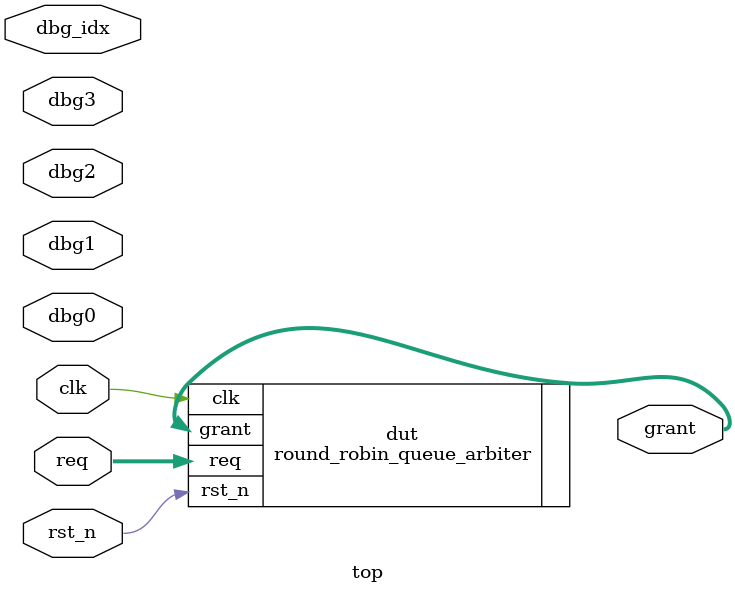
<source format=sv>
module top #(parameter int N = 4, parameter int DEPTH = 4) (
    input logic rst_n,
    input logic clk,
    input logic [N-1:0] req,
    output logic [N-1:0] grant,
    // For debugging purpose.
    input reg [7:0] dbg_idx,
    input reg dbg0,
    input reg dbg1,
    input reg dbg2,
    input reg dbg3
);
    round_robin_queue_arbiter #(.N(N), .DEPTH(DEPTH)) dut (
        .rst_n(rst_n),
        .clk(clk),
        .req(req),
        .grant(grant)
    );

endmodule

</source>
